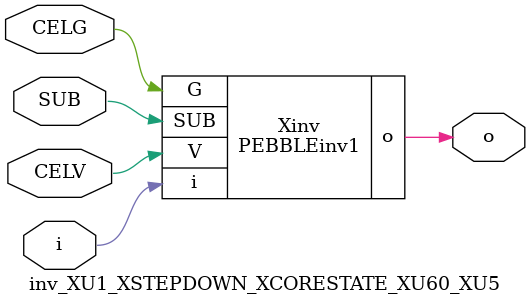
<source format=v>



module PEBBLEinv1 ( o, G, SUB, V, i );

  input V;
  input i;
  input G;
  output o;
  input SUB;
endmodule

//Celera Confidential Do Not Copy inv_XU1_XSTEPDOWN_XCORESTATE_XU60_XU5
//Celera Confidential Symbol Generator
//5V Inverter
module inv_XU1_XSTEPDOWN_XCORESTATE_XU60_XU5 (CELV,CELG,i,o,SUB);
input CELV;
input CELG;
input i;
input SUB;
output o;

//Celera Confidential Do Not Copy inv
PEBBLEinv1 Xinv(
.V (CELV),
.i (i),
.o (o),
.SUB (SUB),
.G (CELG)
);
//,diesize,PEBBLEinv1

//Celera Confidential Do Not Copy Module End
//Celera Schematic Generator
endmodule

</source>
